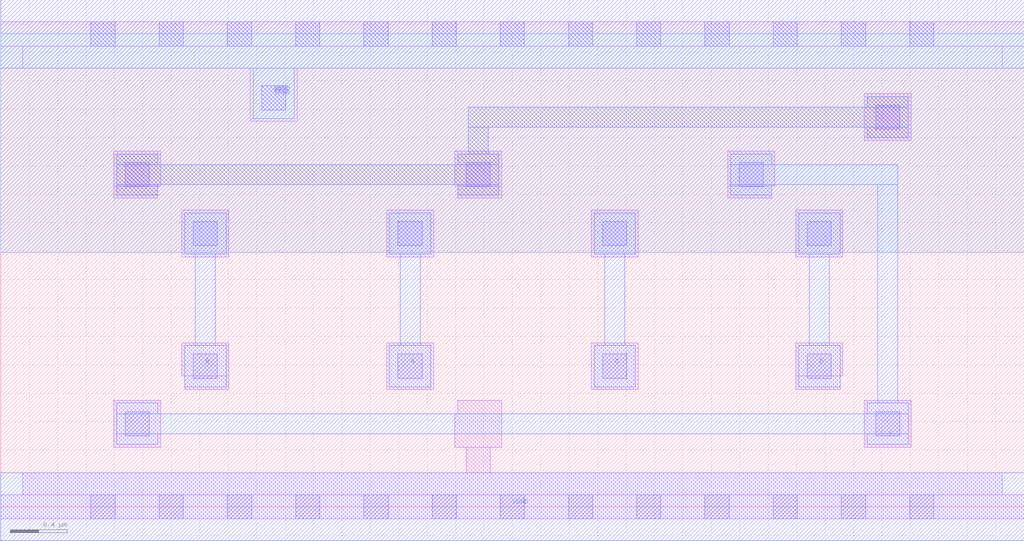
<source format=lef>
VERSION 5.7 ;
  NOWIREEXTENSIONATPIN ON ;
  DIVIDERCHAR "/" ;
  BUSBITCHARS "[]" ;
MACRO AOI22X1
  CLASS CORE ;
  FOREIGN AOI22X1 ;
  ORIGIN 0.000 0.000 ;
  SIZE 7.200 BY 3.330 ;
  SYMMETRY X Y ;
  SITE unit ;
  PIN A
    ANTENNAGATEAREA 0.189000 ;
    PORT
      LAYER met1 ;
        RECT 2.735 1.780 3.025 2.070 ;
        RECT 2.810 1.135 2.950 1.780 ;
        RECT 2.735 0.845 3.025 1.135 ;
    END
  END A
  PIN B
    ANTENNAGATEAREA 0.189000 ;
    PORT
      LAYER met1 ;
        RECT 1.295 1.780 1.585 2.070 ;
        RECT 1.370 1.135 1.510 1.780 ;
        RECT 1.295 0.845 1.585 1.135 ;
    END
  END B
  PIN C
    ANTENNAGATEAREA 0.189000 ;
    PORT
      LAYER met1 ;
        RECT 4.175 1.780 4.465 2.070 ;
        RECT 4.250 1.135 4.390 1.780 ;
        RECT 4.175 0.845 4.465 1.135 ;
    END
  END C
  PIN D
    ANTENNAGATEAREA 0.189000 ;
    PORT
      LAYER met1 ;
        RECT 5.615 1.780 5.905 2.070 ;
        RECT 5.690 1.135 5.830 1.780 ;
        RECT 5.615 0.845 5.905 1.135 ;
    END
  END D
  PIN VGND
    ANTENNADIFFAREA 0.562100 ;
    PORT
      LAYER met1 ;
        RECT 0.000 -0.240 7.200 0.240 ;
    END
    PORT
      LAYER met1 ;
        RECT 0.000 3.090 7.200 3.570 ;
        RECT 1.775 2.735 2.065 3.090 ;
    END
  END VGND
  PIN VPWR
    ANTENNADIFFAREA 1.083600 ;
    PORT
      LAYER li1 ;
        RECT 0.000 3.245 7.200 3.415 ;
        RECT 0.155 3.090 7.045 3.245 ;
        RECT 1.755 2.715 2.085 3.090 ;
      LAYER mcon ;
        RECT 0.635 3.245 0.805 3.415 ;
        RECT 1.115 3.245 1.285 3.415 ;
        RECT 1.595 3.245 1.765 3.415 ;
        RECT 2.075 3.245 2.245 3.415 ;
        RECT 2.555 3.245 2.725 3.415 ;
        RECT 3.035 3.245 3.205 3.415 ;
        RECT 3.515 3.245 3.685 3.415 ;
        RECT 3.995 3.245 4.165 3.415 ;
        RECT 4.475 3.245 4.645 3.415 ;
        RECT 4.955 3.245 5.125 3.415 ;
        RECT 5.435 3.245 5.605 3.415 ;
        RECT 5.915 3.245 6.085 3.415 ;
        RECT 6.395 3.245 6.565 3.415 ;
        RECT 1.835 2.795 2.005 2.965 ;
    END
  END VPWR
  PIN Y
    ANTENNADIFFAREA 1.803750 ;
    PORT
      LAYER met1 ;
        RECT 5.135 2.410 5.425 2.485 ;
        RECT 5.135 2.270 6.310 2.410 ;
        RECT 5.135 2.195 5.425 2.270 ;
        RECT 6.170 0.730 6.310 2.270 ;
        RECT 0.815 0.655 1.105 0.730 ;
        RECT 6.095 0.655 6.385 0.730 ;
        RECT 0.815 0.515 6.385 0.655 ;
        RECT 0.815 0.440 1.105 0.515 ;
        RECT 6.095 0.440 6.385 0.515 ;
    END
  END Y
  OBS
      LAYER nwell ;
        RECT 0.000 1.790 7.200 3.330 ;
      LAYER li1 ;
        RECT 6.075 2.580 6.405 2.910 ;
        RECT 0.795 2.260 1.125 2.505 ;
        RECT 3.195 2.260 3.525 2.505 ;
        RECT 0.795 2.175 1.105 2.260 ;
        RECT 3.215 2.175 3.525 2.260 ;
        RECT 5.115 2.260 5.445 2.505 ;
        RECT 5.115 2.175 5.425 2.260 ;
        RECT 1.275 1.760 1.605 2.090 ;
        RECT 2.715 1.760 3.045 2.090 ;
        RECT 4.155 1.760 4.485 2.090 ;
        RECT 5.595 1.760 5.925 2.090 ;
        RECT 1.275 0.920 1.605 1.155 ;
        RECT 1.295 0.825 1.605 0.920 ;
        RECT 2.715 0.825 3.045 1.155 ;
        RECT 4.155 0.825 4.485 1.155 ;
        RECT 5.595 0.920 5.925 1.155 ;
        RECT 5.595 0.825 5.905 0.920 ;
        RECT 0.795 0.420 1.125 0.750 ;
        RECT 3.215 0.655 3.525 0.750 ;
        RECT 3.195 0.420 3.525 0.655 ;
        RECT 6.075 0.420 6.405 0.750 ;
        RECT 3.275 0.240 3.445 0.420 ;
        RECT 0.155 0.085 7.045 0.240 ;
        RECT 0.000 -0.085 7.200 0.085 ;
      LAYER mcon ;
        RECT 6.155 2.660 6.325 2.830 ;
        RECT 0.875 2.255 1.045 2.425 ;
        RECT 3.275 2.255 3.445 2.425 ;
        RECT 5.195 2.255 5.365 2.425 ;
        RECT 1.355 1.840 1.525 2.010 ;
        RECT 2.795 1.840 2.965 2.010 ;
        RECT 4.235 1.840 4.405 2.010 ;
        RECT 5.675 1.840 5.845 2.010 ;
        RECT 1.355 0.905 1.525 1.075 ;
        RECT 2.795 0.905 2.965 1.075 ;
        RECT 4.235 0.905 4.405 1.075 ;
        RECT 5.675 0.905 5.845 1.075 ;
        RECT 0.875 0.500 1.045 0.670 ;
        RECT 6.155 0.500 6.325 0.670 ;
        RECT 0.635 -0.085 0.805 0.085 ;
        RECT 1.115 -0.085 1.285 0.085 ;
        RECT 1.595 -0.085 1.765 0.085 ;
        RECT 2.075 -0.085 2.245 0.085 ;
        RECT 2.555 -0.085 2.725 0.085 ;
        RECT 3.035 -0.085 3.205 0.085 ;
        RECT 3.515 -0.085 3.685 0.085 ;
        RECT 3.995 -0.085 4.165 0.085 ;
        RECT 4.475 -0.085 4.645 0.085 ;
        RECT 4.955 -0.085 5.125 0.085 ;
        RECT 5.435 -0.085 5.605 0.085 ;
        RECT 5.915 -0.085 6.085 0.085 ;
        RECT 6.395 -0.085 6.565 0.085 ;
      LAYER met1 ;
        RECT 6.095 2.815 6.385 2.890 ;
        RECT 3.290 2.675 6.385 2.815 ;
        RECT 3.290 2.485 3.430 2.675 ;
        RECT 6.095 2.600 6.385 2.675 ;
        RECT 0.815 2.410 1.105 2.485 ;
        RECT 3.215 2.410 3.505 2.485 ;
        RECT 0.815 2.270 3.505 2.410 ;
        RECT 0.815 2.195 1.105 2.270 ;
        RECT 3.215 2.195 3.505 2.270 ;
  END
END AOI22X1
END LIBRARY


</source>
